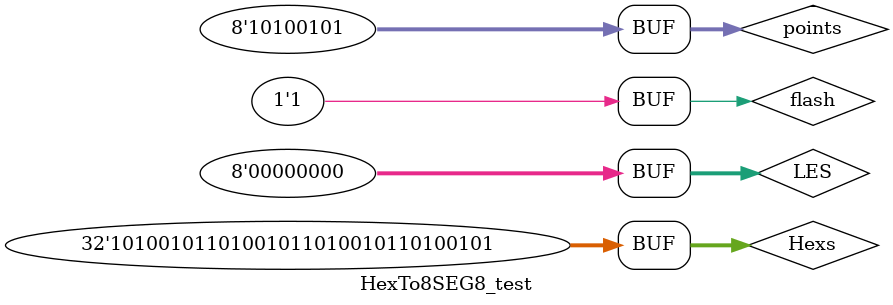
<source format=v>
`timescale 1ns / 1ps


module HexTo8SEG8_test;

	// Inputs
	reg [31:0] Hexs;
	reg [7:0] points;
	reg [7:0] LES;
	reg flash;

	// Outputs
	wire [63:0] SEG_TXT;

	// Instantiate the Unit Under Test (UUT)
	HexTo8SEG8 uut (
		.Hexs(Hexs), 
		.points(points), 
		.LES(LES), 
		.flash(flash), 
		.SEG_TXT(SEG_TXT)
	);

	initial begin
		// Initialize Inputs
		Hexs = 32'h12345678;
		points = 8'h5A;
		LES = 8'h00;
		flash = 1;
		// Wait 100 ns for global reset to finish
		#100;
        Hexs = 32'hA5A5A5A5;
		points = 8'hA5;
		// Add stimulus here

	end
      
endmodule


</source>
